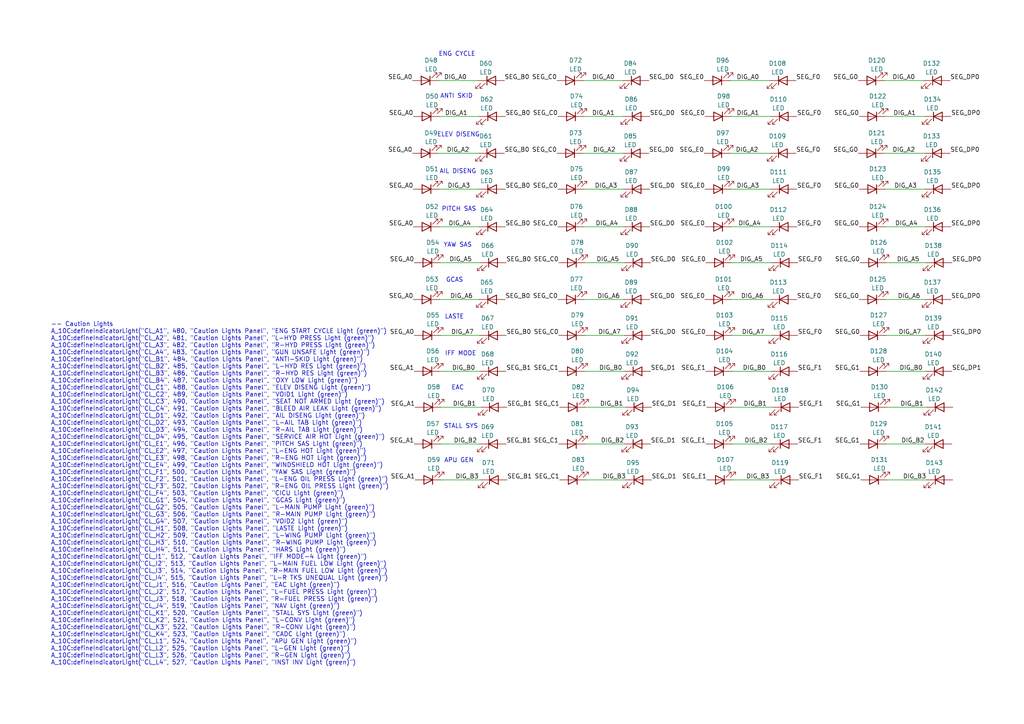
<source format=kicad_sch>
(kicad_sch (version 20211123) (generator eeschema)
  (paper "A4")
  (lib_symbols
    (symbol "Device:LED" (pin_numbers hide) (pin_names (offset 1.016) hide)
      (property "Reference" "D" (at 0 2.54 0))
      (property "Value" "LED" (at 0 -2.54 0))
      (symbol "LED_0_1"
        (polyline (pts (xy -1.27 -1.27) (xy -1.27 1.27)) (stroke (width 0.254)))
        (polyline (pts (xy -1.27 0) (xy 1.27 0)))
        (polyline (pts (xy 1.27 -1.27) (xy 1.27 1.27) (xy -1.27 0) (xy 1.27 -1.27)) (stroke (width 0.254)))
        (polyline (pts (xy -3.048 -0.762) (xy -4.572 -2.286) (xy -3.81 -2.286) (xy -4.572 -2.286) (xy -4.572 -1.524)))
        (polyline (pts (xy -1.778 -0.762) (xy -3.302 -2.286) (xy -2.54 -2.286) (xy -3.302 -2.286) (xy -3.302 -1.524)))
      )
      (symbol "LED_1_1"
        (pin passive line (at -3.81 0 0) (length 2.54) (name "K") (number "1"))
        (pin passive line (at 3.81 0 180) (length 2.54) (name "A") (number "2"))
      )
    )
  )
  (wire (pts (xy 257.302 139.192) (xy 268.732 139.192)))
  (wire (pts (xy 127.762 76.2) (xy 139.192 76.2)))
  (wire (pts (xy 127.508 65.786) (xy 138.938 65.786)))
  (wire (pts (xy 169.672 128.778) (xy 181.102 128.778)))
  (wire (pts (xy 127.762 97.282) (xy 139.192 97.282)))
  (wire (pts (xy 212.09 54.864) (xy 223.52 54.864)))
  (wire (pts (xy 257.048 97.282) (xy 268.478 97.282)))
  (wire (pts (xy 212.344 76.2) (xy 223.774 76.2)))
  (wire (pts (xy 212.09 65.786) (xy 223.52 65.786)))
  (wire (pts (xy 127.254 44.45) (xy 138.684 44.45)))
  (wire (pts (xy 257.048 107.696) (xy 268.478 107.696)))
  (wire (pts (xy 256.794 86.868) (xy 268.224 86.868)))
  (wire (pts (xy 212.344 97.282) (xy 223.774 97.282)))
  (wire (pts (xy 127.762 128.778) (xy 139.192 128.778)))
  (wire (pts (xy 257.048 128.778) (xy 268.478 128.778)))
  (wire (pts (xy 169.418 54.864) (xy 180.848 54.864)))
  (wire (pts (xy 169.672 76.2) (xy 181.102 76.2)))
  (wire (pts (xy 169.418 65.786) (xy 180.848 65.786)))
  (wire (pts (xy 128.016 139.192) (xy 139.446 139.192)))
  (wire (pts (xy 127.508 33.782) (xy 138.938 33.782)))
  (wire (pts (xy 169.164 23.368) (xy 180.594 23.368)))
  (wire (pts (xy 256.794 54.864) (xy 268.224 54.864)))
  (wire (pts (xy 211.836 23.368) (xy 223.266 23.368)))
  (wire (pts (xy 169.418 86.868) (xy 180.848 86.868)))
  (wire (pts (xy 127.508 86.868) (xy 138.938 86.868)))
  (wire (pts (xy 257.048 76.2) (xy 268.478 76.2)))
  (wire (pts (xy 169.418 33.782) (xy 180.848 33.782)))
  (wire (pts (xy 127.254 23.368) (xy 138.684 23.368)))
  (wire (pts (xy 169.926 118.11) (xy 181.356 118.11)))
  (wire (pts (xy 256.54 44.45) (xy 267.97 44.45)))
  (wire (pts (xy 256.54 23.368) (xy 267.97 23.368)))
  (wire (pts (xy 127.508 54.864) (xy 138.938 54.864)))
  (wire (pts (xy 257.302 118.11) (xy 268.732 118.11)))
  (wire (pts (xy 256.794 65.786) (xy 268.224 65.786)))
  (wire (pts (xy 211.836 44.45) (xy 223.266 44.45)))
  (wire (pts (xy 127.762 107.696) (xy 139.192 107.696)))
  (wire (pts (xy 212.09 86.868) (xy 223.52 86.868)))
  (wire (pts (xy 169.926 139.192) (xy 181.356 139.192)))
  (wire (pts (xy 169.672 107.696) (xy 181.102 107.696)))
  (wire (pts (xy 212.344 128.778) (xy 223.774 128.778)))
  (wire (pts (xy 169.164 44.45) (xy 180.594 44.45)))
  (wire (pts (xy 212.344 107.696) (xy 223.774 107.696)))
  (wire (pts (xy 256.794 33.782) (xy 268.224 33.782)))
  (wire (pts (xy 212.598 118.11) (xy 224.028 118.11)))
  (wire (pts (xy 212.09 33.782) (xy 223.52 33.782)))
  (wire (pts (xy 128.016 118.11) (xy 139.446 118.11)))
  (wire (pts (xy 212.598 139.192) (xy 224.028 139.192)))
  (wire (pts (xy 169.672 97.282) (xy 181.102 97.282)))
  (text "ANTI SKID" (at 137.16 28.702 180) (effects (font (size 1.27 1.27)) (justify right bottom)))
  (text "ELEV DISENG" (at 139.192 39.878 180) (effects (font (size 1.27 1.27)) (justify right bottom)))
  (text "ENG CYCLE" (at 137.922 16.51 180) (effects (font (size 1.27 1.27)) (justify right bottom)))
  (text "PITCH SAS" (at 138.176 61.468 180) (effects (font (size 1.27 1.27)) (justify right bottom)))
  (text "YAW SAS" (at 136.906 71.882 180) (effects (font (size 1.27 1.27)) (justify right bottom)))
  (text "GCAS" (at 134.366 82.042 180) (effects (font (size 1.27 1.27)) (justify right bottom)))
  (text "LASTE" (at 134.62 92.71 180) (effects (font (size 1.27 1.27)) (justify right bottom)))
  (text "APU GEN" (at 137.414 134.366 180) (effects (font (size 1.27 1.27)) (justify right bottom)))
  (text "EAC" (at 134.62 113.284 180) (effects (font (size 1.27 1.27)) (justify right bottom)))
  (text "IFF MODE" (at 138.176 103.378 180) (effects (font (size 1.27 1.27)) (justify right bottom)))
  (text "-- Caution Lights\nA_10C:defineIndicatorLight(\"CL_A1\", 480, \"Caution Lights Panel\", \"ENG START CYCLE Light (green)\")\nA_10C:defineIndicatorLight(\"CL_A2\", 481, \"Caution Lights Panel\", \"L-HYD PRESS Light (green)\")\nA_10C:defineIndicatorLight(\"CL_A3\", 482, \"Caution Lights Panel\", \"R-HYD PRESS Light (green)\")\nA_10C:defineIndicatorLight(\"CL_A4\", 483, \"Caution Lights Panel\", \"GUN UNSAFE Light (green)\")\nA_10C:defineIndicatorLight(\"CL_B1\", 484, \"Caution Lights Panel\", \"ANTI-SKID Light (green)\")\nA_10C:defineIndicatorLight(\"CL_B2\", 485, \"Caution Lights Panel\", \"L-HYD RES Light (green)\")\nA_10C:defineIndicatorLight(\"CL_B3\", 486, \"Caution Lights Panel\", \"R-HYD RES Light (green)\")\nA_10C:defineIndicatorLight(\"CL_B4\", 487, \"Caution Lights Panel\", \"OXY LOW Light (green)\")\nA_10C:defineIndicatorLight(\"CL_C1\", 488, \"Caution Lights Panel\", \"ELEV DISENG Light (green)\")\nA_10C:defineIndicatorLight(\"CL_C2\", 489, \"Caution Lights Panel\", \"VOID1 Light (green)\")\nA_10C:defineIndicatorLight(\"CL_C3\", 490, \"Caution Lights Panel\", \"SEAT NOT ARMED Light (green)\")\nA_10C:defineIndicatorLight(\"CL_C4\", 491, \"Caution Lights Panel\", \"BLEED AIR LEAK Light (green)\")\nA_10C:defineIndicatorLight(\"CL_D1\", 492, \"Caution Lights Panel\", \"AIL DISENG Light (green)\")\nA_10C:defineIndicatorLight(\"CL_D2\", 493, \"Caution Lights Panel\", \"L-AIL TAB Light (green)\")\nA_10C:defineIndicatorLight(\"CL_D3\", 494, \"Caution Lights Panel\", \"R-AIL TAB Light (green)\")\nA_10C:defineIndicatorLight(\"CL_D4\", 495, \"Caution Lights Panel\", \"SERVICE AIR HOT Light (green)\")\nA_10C:defineIndicatorLight(\"CL_E1\", 496, \"Caution Lights Panel\", \"PITCH SAS Light (green)\")\nA_10C:defineIndicatorLight(\"CL_E2\", 497, \"Caution Lights Panel\", \"L-ENG HOT Light (green)\")\nA_10C:defineIndicatorLight(\"CL_E3\", 498, \"Caution Lights Panel\", \"R-ENG HOT Light (green)\")\nA_10C:defineIndicatorLight(\"CL_E4\", 499, \"Caution Lights Panel\", \"WINDSHIELD HOT Light (green)\")\nA_10C:defineIndicatorLight(\"CL_F1\", 500, \"Caution Lights Panel\", \"YAW SAS Light (green)\")\nA_10C:defineIndicatorLight(\"CL_F2\", 501, \"Caution Lights Panel\", \"L-ENG OIL PRESS Light (green)\")\nA_10C:defineIndicatorLight(\"CL_F3\", 502, \"Caution Lights Panel\", \"R-ENG OIL PRESS Light (green)\")\nA_10C:defineIndicatorLight(\"CL_F4\", 503, \"Caution Lights Panel\", \"CICU Light (green)\")\nA_10C:defineIndicatorLight(\"CL_G1\", 504, \"Caution Lights Panel\", \"GCAS Light (green)\")\nA_10C:defineIndicatorLight(\"CL_G2\", 505, \"Caution Lights Panel\", \"L-MAIN PUMP Light (green)\")\nA_10C:defineIndicatorLight(\"CL_G3\", 506, \"Caution Lights Panel\", \"R-MAIN PUMP Light (green)\")\nA_10C:defineIndicatorLight(\"CL_G4\", 507, \"Caution Lights Panel\", \"VOID2 Light (green)\")\nA_10C:defineIndicatorLight(\"CL_H1\", 508, \"Caution Lights Panel\", \"LASTE Light (green)\")\nA_10C:defineIndicatorLight(\"CL_H2\", 509, \"Caution Lights Panel\", \"L-WING PUMP Light (green)\")\nA_10C:defineIndicatorLight(\"CL_H3\", 510, \"Caution Lights Panel\", \"R-WING PUMP Light (green)\")\nA_10C:defineIndicatorLight(\"CL_H4\", 511, \"Caution Lights Panel\", \"HARS Light (green)\")\nA_10C:defineIndicatorLight(\"CL_I1\", 512, \"Caution Lights Panel\", \"IFF MODE-4 Light (green)\")\nA_10C:defineIndicatorLight(\"CL_I2\", 513, \"Caution Lights Panel\", \"L-MAIN FUEL LOW Light (green)\")\nA_10C:defineIndicatorLight(\"CL_I3\", 514, \"Caution Lights Panel\", \"R-MAIN FUEL LOW Light (green)\")\nA_10C:defineIndicatorLight(\"CL_I4\", 515, \"Caution Lights Panel\", \"L-R TKS UNEQUAL Light (green)\")\nA_10C:defineIndicatorLight(\"CL_J1\", 516, \"Caution Lights Panel\", \"EAC Light (green)\")\nA_10C:defineIndicatorLight(\"CL_J2\", 517, \"Caution Lights Panel\", \"L-FUEL PRESS Light (green)\")\nA_10C:defineIndicatorLight(\"CL_J3\", 518, \"Caution Lights Panel\", \"R-FUEL PRESS Light (green)\")\nA_10C:defineIndicatorLight(\"CL_J4\", 519, \"Caution Lights Panel\", \"NAV Light (green)\")\nA_10C:defineIndicatorLight(\"CL_K1\", 520, \"Caution Lights Panel\", \"STALL SYS Light (green)\")\nA_10C:defineIndicatorLight(\"CL_K2\", 521, \"Caution Lights Panel\", \"L-CONV Light (green)\")\nA_10C:defineIndicatorLight(\"CL_K3\", 522, \"Caution Lights Panel\", \"R-CONV Light (green)\")\nA_10C:defineIndicatorLight(\"CL_K4\", 523, \"Caution Lights Panel\", \"CADC Light (green)\")\nA_10C:defineIndicatorLight(\"CL_L1\", 524, \"Caution Lights Panel\", \"APU GEN Light (green)\")\nA_10C:defineIndicatorLight(\"CL_L2\", 525, \"Caution Lights Panel\", \"L-GEN Light (green)\")\nA_10C:defineIndicatorLight(\"CL_L3\", 526, \"Caution Lights Panel\", \"R-GEN Light (green)\")\nA_10C:defineIndicatorLight(\"CL_L4\", 527, \"Caution Lights Panel\", \"INST INV Light (green)\")" (at 14.732 193.04 0) (effects (font (size 1.27 1.27)) (justify left bottom)))
  (text "AIL DISENG" (at 138.176 50.546 180) (effects (font (size 1.27 1.27)) (justify right bottom)))
  (text "STALL SYS" (at 138.684 124.46 180) (effects (font (size 1.27 1.27)) (justify right bottom)))
  (label "DIG_B3" (at 261.874 139.192 0))
  (label "SEG_D0" (at 188.214 23.368 0))
  (label "DIG_A7" (at 215.138 97.282 0))
  (label "DIG_A5" (at 214.63 76.2 0))
  (label "SEG_F0" (at 231.394 97.282 0))
  (label "SEG_B0" (at 146.558 54.864 0))
  (label "DIG_A3" (at 259.334 54.864 0))
  (label "SEG_F1" (at 231.394 128.778 0))
  (label "SEG_E1" (at 204.724 107.696 180))
  (label "SEG_G1" (at 249.682 139.192 180))
  (label "SEG_D0" (at 188.468 33.782 0))
  (label "SEG_E0" (at 204.724 76.2 180))
  (label "SEG_E0" (at 204.216 23.368 180))
  (label "DIG_A1" (at 129.032 33.782 0))
  (label "DIG_B2" (at 261.366 128.778 0))
  (label "DIG_B3" (at 132.08 139.192 0))
  (label "DIG_B1" (at 261.112 118.11 0))
  (label "SEG_B1" (at 147.066 139.192 0))
  (label "SEG_A0" (at 120.142 76.2 180))
  (label "SEG_G1" (at 249.428 107.696 180))
  (label "SEG_G0" (at 249.428 97.282 180))
  (label "DIG_B3" (at 174.752 139.192 0))
  (label "SEG_F0" (at 231.14 86.868 0))
  (label "SEG_G0" (at 249.428 76.2 180))
  (label "SEG_C1" (at 162.306 118.11 180))
  (label "SEG_B0" (at 146.812 76.2 0))
  (label "SEG_A0" (at 119.634 44.45 180))
  (label "SEG_A0" (at 120.142 97.282 180))
  (label "DIG_B0" (at 173.736 107.696 0))
  (label "SEG_D1" (at 188.976 139.192 0))
  (label "SEG_D0" (at 188.214 44.45 0))
  (label "SEG_C0" (at 161.544 44.45 180))
  (label "SEG_C0" (at 161.798 86.868 180))
  (label "DIG_A5" (at 260.096 76.2 0))
  (label "DIG_A1" (at 259.08 33.782 0))
  (label "SEG_E1" (at 204.978 118.11 180))
  (label "DIG_A3" (at 129.794 54.864 0))
  (label "DIG_B0" (at 215.392 107.696 0))
  (label "DIG_A3" (at 213.614 54.864 0))
  (label "SEG_C0" (at 162.052 76.2 180))
  (label "SEG_D0" (at 188.468 65.786 0))
  (label "SEG_C1" (at 162.052 107.696 180))
  (label "SEG_E0" (at 204.47 54.864 180))
  (label "SEG_A0" (at 119.888 65.786 180))
  (label "SEG_DP0" (at 275.59 44.45 0))
  (label "SEG_F1" (at 231.394 107.696 0))
  (label "DIG_A4" (at 259.588 65.786 0))
  (label "SEG_B1" (at 146.812 107.696 0))
  (label "SEG_B0" (at 146.558 33.782 0))
  (label "DIG_A7" (at 260.604 97.282 0))
  (label "SEG_E0" (at 204.724 97.282 180))
  (label "SEG_A1" (at 120.396 118.11 180))
  (label "SEG_D1" (at 188.722 128.778 0))
  (label "SEG_D1" (at 188.722 107.696 0))
  (label "SEG_DP0" (at 275.59 23.368 0))
  (label "SEG_D0" (at 188.468 54.864 0))
  (label "DIG_A7" (at 130.81 97.282 0))
  (label "SEG_C1" (at 162.052 128.778 180))
  (label "DIG_A5" (at 172.974 76.2 0))
  (label "SEG_E0" (at 204.47 86.868 180))
  (label "DIG_A6" (at 260.35 86.868 0))
  (label "SEG_DP0" (at 275.844 86.868 0))
  (label "DIG_B1" (at 173.99 118.11 0))
  (label "SEG_D1" (at 188.976 118.11 0))
  (label "SEG_F1" (at 231.648 139.192 0))
  (label "SEG_F0" (at 230.886 44.45 0))
  (label "SEG_B0" (at 146.304 44.45 0))
  (label "SEG_G0" (at 248.92 44.45 180))
  (label "DIG_A5" (at 130.302 76.2 0))
  (label "DIG_A3" (at 172.466 54.864 0))
  (label "SEG_C0" (at 161.798 33.782 180))
  (label "SEG_A0" (at 119.634 23.368 180))
  (label "DIG_A1" (at 171.704 33.782 0))
  (label "SEG_A1" (at 120.396 139.192 180))
  (label "DIG_B3" (at 216.408 139.192 0))
  (label "SEG_B0" (at 146.304 23.368 0))
  (label "SEG_G0" (at 249.174 54.864 180))
  (label "SEG_G0" (at 248.92 23.368 180))
  (label "SEG_E1" (at 204.978 139.192 180))
  (label "DIG_A2" (at 258.826 44.45 0))
  (label "DIG_A4" (at 172.72 65.786 0))
  (label "SEG_A1" (at 120.142 128.778 180))
  (label "DIG_A7" (at 173.482 97.282 0))
  (label "DIG_B1" (at 131.318 118.11 0))
  (label "DIG_A6" (at 130.556 86.868 0))
  (label "SEG_B0" (at 146.558 65.786 0))
  (label "SEG_D0" (at 188.722 97.282 0))
  (label "DIG_A0" (at 265.43 23.368 180))
  (label "SEG_C0" (at 161.798 54.864 180))
  (label "SEG_F0" (at 230.886 23.368 0))
  (label "DIG_A0" (at 135.382 23.368 180))
  (label "DIG_A1" (at 213.614 33.782 0))
  (label "DIG_A0" (at 220.218 23.368 180))
  (label "SEG_B0" (at 146.558 86.868 0))
  (label "SEG_G0" (at 249.174 86.868 180))
  (label "DIG_A2" (at 171.958 44.45 0))
  (label "SEG_E1" (at 204.724 128.778 180))
  (label "SEG_DP0" (at 276.098 97.282 0))
  (label "SEG_A0" (at 119.888 33.782 180))
  (label "SEG_D0" (at 188.468 86.868 0))
  (label "SEG_C0" (at 161.544 23.368 180))
  (label "DIG_B0" (at 260.858 107.696 0))
  (label "SEG_C0" (at 161.798 65.786 180))
  (label "SEG_DP0" (at 275.844 33.782 0))
  (label "DIG_B2" (at 215.9 128.778 0))
  (label "SEG_G1" (at 249.682 118.11 180))
  (label "SEG_DP0" (at 275.844 54.864 0))
  (label "SEG_G0" (at 249.174 65.786 180))
  (label "DIG_B2" (at 174.244 128.778 0))
  (label "SEG_C0" (at 162.052 97.282 180))
  (label "DIG_B0" (at 131.064 107.696 0))
  (label "SEG_F0" (at 231.14 65.786 0))
  (label "SEG_F0" (at 231.14 33.782 0))
  (label "SEG_G0" (at 249.174 33.782 180))
  (label "SEG_G1" (at 249.428 128.778 180))
  (label "SEG_B0" (at 146.812 97.282 0))
  (label "DIG_B1" (at 215.646 118.11 0))
  (label "SEG_B1" (at 147.066 118.11 0))
  (label "DIG_B2" (at 131.572 128.778 0))
  (label "DIG_A6" (at 214.884 86.868 0))
  (label "SEG_DP0" (at 276.098 76.2 0))
  (label "SEG_F0" (at 231.14 54.864 0))
  (label "DIG_A6" (at 173.228 86.868 0))
  (label "SEG_A0" (at 119.888 54.864 180))
  (label "SEG_B1" (at 146.812 128.778 0))
  (label "SEG_F0" (at 231.394 76.2 0))
  (label "DIG_A0" (at 178.308 23.368 180))
  (label "SEG_DP1" (at 276.098 107.696 0))
  (label "SEG_F1" (at 231.648 118.11 0))
  (label "SEG_E0" (at 204.47 65.786 180))
  (label "SEG_E0" (at 204.216 44.45 180))
  (label "DIG_A2" (at 213.36 44.45 0))
  (label "SEG_A0" (at 119.888 86.868 180))
  (label "DIG_A4" (at 214.122 65.786 0))
  (label "DIG_A2" (at 129.54 44.45 0))
  (label "SEG_E0" (at 204.47 33.782 180))
  (label "SEG_DP0" (at 275.844 65.786 0))
  (label "SEG_A1" (at 120.142 107.696 180))
  (label "SEG_C1" (at 162.306 139.192 180))
  (label "SEG_D0" (at 188.722 76.2 0))
  (label "DIG_A4" (at 130.048 65.786 0))
  (symbol (lib_id "Device:LED") (at 166.116 139.192 180) (unit 1)
    (property "Reference" "D83" (at 167.7035 133.3332 0))
    (property "Value" "LED" (at 167.7035 135.8701 0))
  )
  (symbol (lib_id "Device:LED") (at 227.838 118.11 0) (unit 1)
    (property "Reference" "D118" (at 226.2505 113.1402 0))
    (property "Value" "LED" (at 226.2505 115.6771 0))
  )
  (symbol (lib_id "Device:LED") (at 124.206 139.192 180) (unit 1)
    (property "Reference" "D59" (at 125.7935 133.3332 0))
    (property "Value" "LED" (at 125.7935 135.8701 0))
  )
  (symbol (lib_id "Device:LED") (at 272.034 65.786 0) (unit 1)
    (property "Reference" "D136" (at 270.4465 60.8162 0))
    (property "Value" "LED" (at 270.4465 63.3531 0))
  )
  (symbol (lib_id "Device:LED") (at 208.28 86.868 180) (unit 1)
    (property "Reference" "D101" (at 209.8675 81.0092 0))
    (property "Value" "LED" (at 209.8675 83.5461 0))
  )
  (symbol (lib_id "Device:LED") (at 253.238 128.778 180) (unit 1)
    (property "Reference" "D129" (at 254.8255 122.9192 0))
    (property "Value" "LED" (at 254.8255 125.4561 0))
  )
  (symbol (lib_id "Device:LED") (at 208.28 54.864 180) (unit 1)
    (property "Reference" "D99" (at 209.8675 49.0052 0))
    (property "Value" "LED" (at 209.8675 51.5421 0))
  )
  (symbol (lib_id "Device:LED") (at 123.698 86.868 180) (unit 1)
    (property "Reference" "D53" (at 125.2855 81.0092 0))
    (property "Value" "LED" (at 125.2855 83.5461 0))
  )
  (symbol (lib_id "Device:LED") (at 227.33 54.864 0) (unit 1)
    (property "Reference" "D111" (at 225.7425 49.8942 0))
    (property "Value" "LED" (at 225.7425 52.4311 0))
  )
  (symbol (lib_id "Device:LED") (at 165.354 23.368 180) (unit 1)
    (property "Reference" "D72" (at 166.9415 17.5092 0))
    (property "Value" "LED" (at 166.9415 20.0461 0))
  )
  (symbol (lib_id "Device:LED") (at 142.748 54.864 0) (unit 1)
    (property "Reference" "D63" (at 141.1605 49.8942 0))
    (property "Value" "LED" (at 141.1605 52.4311 0))
  )
  (symbol (lib_id "Device:LED") (at 123.444 23.368 180) (unit 1)
    (property "Reference" "D48" (at 125.0315 17.5092 0))
    (property "Value" "LED" (at 125.0315 20.0461 0))
  )
  (symbol (lib_id "Device:LED") (at 124.206 118.11 180) (unit 1)
    (property "Reference" "D58" (at 125.7935 112.2512 0))
    (property "Value" "LED" (at 125.7935 114.7881 0))
  )
  (symbol (lib_id "Device:LED") (at 208.788 118.11 180) (unit 1)
    (property "Reference" "D106" (at 210.3755 112.2512 0))
    (property "Value" "LED" (at 210.3755 114.7881 0))
  )
  (symbol (lib_id "Device:LED") (at 227.33 33.782 0) (unit 1)
    (property "Reference" "D110" (at 225.7425 28.8122 0))
    (property "Value" "LED" (at 225.7425 31.3491 0))
  )
  (symbol (lib_id "Device:LED") (at 142.748 65.786 0) (unit 1)
    (property "Reference" "D64" (at 141.1605 60.8162 0))
    (property "Value" "LED" (at 141.1605 63.3531 0))
  )
  (symbol (lib_id "Device:LED") (at 143.002 76.2 0) (unit 1)
    (property "Reference" "D66" (at 141.4145 71.2302 0))
    (property "Value" "LED" (at 141.4145 73.7671 0))
  )
  (symbol (lib_id "Device:LED") (at 184.912 107.696 0) (unit 1)
    (property "Reference" "D92" (at 183.3245 102.7262 0))
    (property "Value" "LED" (at 183.3245 105.2631 0))
  )
  (symbol (lib_id "Device:LED") (at 272.034 86.868 0) (unit 1)
    (property "Reference" "D137" (at 270.4465 81.8982 0))
    (property "Value" "LED" (at 270.4465 84.4351 0))
  )
  (symbol (lib_id "Device:LED") (at 208.534 107.696 180) (unit 1)
    (property "Reference" "D104" (at 210.1215 101.8372 0))
    (property "Value" "LED" (at 210.1215 104.3741 0))
  )
  (symbol (lib_id "Device:LED") (at 253.238 107.696 180) (unit 1)
    (property "Reference" "D128" (at 254.8255 101.8372 0))
    (property "Value" "LED" (at 254.8255 104.3741 0))
  )
  (symbol (lib_id "Device:LED") (at 184.912 76.2 0) (unit 1)
    (property "Reference" "D90" (at 183.3245 71.2302 0))
    (property "Value" "LED" (at 183.3245 73.7671 0))
  )
  (symbol (lib_id "Device:LED") (at 208.788 139.192 180) (unit 1)
    (property "Reference" "D107" (at 210.3755 133.3332 0))
    (property "Value" "LED" (at 210.3755 135.8701 0))
  )
  (symbol (lib_id "Device:LED") (at 208.28 33.782 180) (unit 1)
    (property "Reference" "D98" (at 209.8675 27.9232 0))
    (property "Value" "LED" (at 209.8675 30.4601 0))
  )
  (symbol (lib_id "Device:LED") (at 184.658 54.864 0) (unit 1)
    (property "Reference" "D87" (at 183.0705 49.8942 0))
    (property "Value" "LED" (at 183.0705 52.4311 0))
  )
  (symbol (lib_id "Device:LED") (at 165.862 76.2 180) (unit 1)
    (property "Reference" "D78" (at 167.4495 70.3412 0))
    (property "Value" "LED" (at 167.4495 72.8781 0))
  )
  (symbol (lib_id "Device:LED") (at 227.584 107.696 0) (unit 1)
    (property "Reference" "D116" (at 225.9965 102.7262 0))
    (property "Value" "LED" (at 225.9965 105.2631 0))
  )
  (symbol (lib_id "Device:LED") (at 227.33 65.786 0) (unit 1)
    (property "Reference" "D112" (at 225.7425 60.8162 0))
    (property "Value" "LED" (at 225.7425 63.3531 0))
  )
  (symbol (lib_id "Device:LED") (at 208.534 128.778 180) (unit 1)
    (property "Reference" "D105" (at 210.1215 122.9192 0))
    (property "Value" "LED" (at 210.1215 125.4561 0))
  )
  (symbol (lib_id "Device:LED") (at 165.608 54.864 180) (unit 1)
    (property "Reference" "D75" (at 167.1955 49.0052 0))
    (property "Value" "LED" (at 167.1955 51.5421 0))
  )
  (symbol (lib_id "Device:LED") (at 227.076 44.45 0) (unit 1)
    (property "Reference" "D109" (at 225.4885 39.4802 0))
    (property "Value" "LED" (at 225.4885 42.0171 0))
  )
  (symbol (lib_id "Device:LED") (at 272.288 107.696 0) (unit 1)
    (property "Reference" "D140" (at 270.7005 102.7262 0))
    (property "Value" "LED" (at 270.7005 105.2631 0))
  )
  (symbol (lib_id "Device:LED") (at 227.584 76.2 0) (unit 1)
    (property "Reference" "D114" (at 225.9965 71.2302 0))
    (property "Value" "LED" (at 225.9965 73.7671 0))
  )
  (symbol (lib_id "Device:LED") (at 184.658 65.786 0) (unit 1)
    (property "Reference" "D88" (at 183.0705 60.8162 0))
    (property "Value" "LED" (at 183.0705 63.3531 0))
  )
  (symbol (lib_id "Device:LED") (at 165.862 97.282 180) (unit 1)
    (property "Reference" "D79" (at 167.4495 91.4232 0))
    (property "Value" "LED" (at 167.4495 93.9601 0))
  )
  (symbol (lib_id "Device:LED") (at 165.608 33.782 180) (unit 1)
    (property "Reference" "D74" (at 167.1955 27.9232 0))
    (property "Value" "LED" (at 167.1955 30.4601 0))
  )
  (symbol (lib_id "Device:LED") (at 208.026 44.45 180) (unit 1)
    (property "Reference" "D97" (at 209.6135 38.5912 0))
    (property "Value" "LED" (at 209.6135 41.1281 0))
  )
  (symbol (lib_id "Device:LED") (at 272.034 33.782 0) (unit 1)
    (property "Reference" "D134" (at 270.4465 28.8122 0))
    (property "Value" "LED" (at 270.4465 31.3491 0))
  )
  (symbol (lib_id "Device:LED") (at 252.73 23.368 180) (unit 1)
    (property "Reference" "D120" (at 254.3175 17.5092 0))
    (property "Value" "LED" (at 254.3175 20.0461 0))
  )
  (symbol (lib_id "Device:LED") (at 271.78 44.45 0) (unit 1)
    (property "Reference" "D133" (at 270.1925 39.4802 0))
    (property "Value" "LED" (at 270.1925 42.0171 0))
  )
  (symbol (lib_id "Device:LED") (at 166.116 118.11 180) (unit 1)
    (property "Reference" "D82" (at 167.7035 112.2512 0))
    (property "Value" "LED" (at 167.7035 114.7881 0))
  )
  (symbol (lib_id "Device:LED") (at 184.912 128.778 0) (unit 1)
    (property "Reference" "D93" (at 183.3245 123.8082 0))
    (property "Value" "LED" (at 183.3245 126.3451 0))
  )
  (symbol (lib_id "Device:LED") (at 143.002 128.778 0) (unit 1)
    (property "Reference" "D69" (at 141.4145 123.8082 0))
    (property "Value" "LED" (at 141.4145 126.3451 0))
  )
  (symbol (lib_id "Device:LED") (at 272.288 76.2 0) (unit 1)
    (property "Reference" "D138" (at 270.7005 71.2302 0))
    (property "Value" "LED" (at 270.7005 73.7671 0))
  )
  (symbol (lib_id "Device:LED") (at 253.492 118.11 180) (unit 1)
    (property "Reference" "D130" (at 255.0795 112.2512 0))
    (property "Value" "LED" (at 255.0795 114.7881 0))
  )
  (symbol (lib_id "Device:LED") (at 184.658 86.868 0) (unit 1)
    (property "Reference" "D89" (at 183.0705 81.8982 0))
    (property "Value" "LED" (at 183.0705 84.4351 0))
  )
  (symbol (lib_id "Device:LED") (at 123.698 54.864 180) (unit 1)
    (property "Reference" "D51" (at 125.2855 49.0052 0))
    (property "Value" "LED" (at 125.2855 51.5421 0))
  )
  (symbol (lib_id "Device:LED") (at 208.026 23.368 180) (unit 1)
    (property "Reference" "D96" (at 209.6135 17.5092 0))
    (property "Value" "LED" (at 209.6135 20.0461 0))
  )
  (symbol (lib_id "Device:LED") (at 142.748 33.782 0) (unit 1)
    (property "Reference" "D62" (at 141.1605 28.8122 0))
    (property "Value" "LED" (at 141.1605 31.3491 0))
  )
  (symbol (lib_id "Device:LED") (at 165.608 65.786 180) (unit 1)
    (property "Reference" "D76" (at 167.1955 59.9272 0))
    (property "Value" "LED" (at 167.1955 62.4641 0))
  )
  (symbol (lib_id "Device:LED") (at 143.256 139.192 0) (unit 1)
    (property "Reference" "D71" (at 141.6685 134.2222 0))
    (property "Value" "LED" (at 141.6685 136.7591 0))
  )
  (symbol (lib_id "Device:LED") (at 272.542 139.192 0) (unit 1)
    (property "Reference" "D143" (at 270.9545 134.2222 0))
    (property "Value" "LED" (at 270.9545 136.7591 0))
  )
  (symbol (lib_id "Device:LED") (at 227.584 128.778 0) (unit 1)
    (property "Reference" "D117" (at 225.9965 123.8082 0))
    (property "Value" "LED" (at 225.9965 126.3451 0))
  )
  (symbol (lib_id "Device:LED") (at 272.542 118.11 0) (unit 1)
    (property "Reference" "D142" (at 270.9545 113.1402 0))
    (property "Value" "LED" (at 270.9545 115.6771 0))
  )
  (symbol (lib_id "Device:LED") (at 185.166 139.192 0) (unit 1)
    (property "Reference" "D95" (at 183.5785 134.2222 0))
    (property "Value" "LED" (at 183.5785 136.7591 0))
  )
  (symbol (lib_id "Device:LED") (at 123.444 44.45 180) (unit 1)
    (property "Reference" "D49" (at 125.0315 38.5912 0))
    (property "Value" "LED" (at 125.0315 41.1281 0))
  )
  (symbol (lib_id "Device:LED") (at 142.748 86.868 0) (unit 1)
    (property "Reference" "D65" (at 141.1605 81.8982 0))
    (property "Value" "LED" (at 141.1605 84.4351 0))
  )
  (symbol (lib_id "Device:LED") (at 123.952 97.282 180) (unit 1)
    (property "Reference" "D55" (at 125.5395 91.4232 0))
    (property "Value" "LED" (at 125.5395 93.9601 0))
  )
  (symbol (lib_id "Device:LED") (at 208.534 97.282 180) (unit 1)
    (property "Reference" "D103" (at 210.1215 91.4232 0))
    (property "Value" "LED" (at 210.1215 93.9601 0))
  )
  (symbol (lib_id "Device:LED") (at 165.862 107.696 180) (unit 1)
    (property "Reference" "D80" (at 167.4495 101.8372 0))
    (property "Value" "LED" (at 167.4495 104.3741 0))
  )
  (symbol (lib_id "Device:LED") (at 142.494 23.368 0) (unit 1)
    (property "Reference" "D60" (at 140.9065 18.3982 0))
    (property "Value" "LED" (at 140.9065 20.9351 0))
  )
  (symbol (lib_id "Device:LED") (at 271.78 23.368 0) (unit 1)
    (property "Reference" "D132" (at 270.1925 18.3982 0))
    (property "Value" "LED" (at 270.1925 20.9351 0))
  )
  (symbol (lib_id "Device:LED") (at 252.984 86.868 180) (unit 1)
    (property "Reference" "D125" (at 254.5715 81.0092 0))
    (property "Value" "LED" (at 254.5715 83.5461 0))
  )
  (symbol (lib_id "Device:LED") (at 253.492 139.192 180) (unit 1)
    (property "Reference" "D131" (at 255.0795 133.3332 0))
    (property "Value" "LED" (at 255.0795 135.8701 0))
  )
  (symbol (lib_id "Device:LED") (at 185.166 118.11 0) (unit 1)
    (property "Reference" "D94" (at 183.5785 113.1402 0))
    (property "Value" "LED" (at 183.5785 115.6771 0))
  )
  (symbol (lib_id "Device:LED") (at 143.256 118.11 0) (unit 1)
    (property "Reference" "D70" (at 141.6685 113.1402 0))
    (property "Value" "LED" (at 141.6685 115.6771 0))
  )
  (symbol (lib_id "Device:LED") (at 123.952 128.778 180) (unit 1)
    (property "Reference" "D57" (at 125.5395 122.9192 0))
    (property "Value" "LED" (at 125.5395 125.4561 0))
  )
  (symbol (lib_id "Device:LED") (at 252.984 65.786 180) (unit 1)
    (property "Reference" "D124" (at 254.5715 59.9272 0))
    (property "Value" "LED" (at 254.5715 62.4641 0))
  )
  (symbol (lib_id "Device:LED") (at 227.838 139.192 0) (unit 1)
    (property "Reference" "D119" (at 226.2505 134.2222 0))
    (property "Value" "LED" (at 226.2505 136.7591 0))
  )
  (symbol (lib_id "Device:LED") (at 272.034 54.864 0) (unit 1)
    (property "Reference" "D135" (at 270.4465 49.8942 0))
    (property "Value" "LED" (at 270.4465 52.4311 0))
  )
  (symbol (lib_id "Device:LED") (at 272.288 128.778 0) (unit 1)
    (property "Reference" "D141" (at 270.7005 123.8082 0))
    (property "Value" "LED" (at 270.7005 126.3451 0))
  )
  (symbol (lib_id "Device:LED") (at 227.33 86.868 0) (unit 1)
    (property "Reference" "D113" (at 225.7425 81.8982 0))
    (property "Value" "LED" (at 225.7425 84.4351 0))
  )
  (symbol (lib_id "Device:LED") (at 184.404 44.45 0) (unit 1)
    (property "Reference" "D85" (at 182.8165 39.4802 0))
    (property "Value" "LED" (at 182.8165 42.0171 0))
  )
  (symbol (lib_id "Device:LED") (at 208.28 65.786 180) (unit 1)
    (property "Reference" "D100" (at 209.8675 59.9272 0))
    (property "Value" "LED" (at 209.8675 62.4641 0))
  )
  (symbol (lib_id "Device:LED") (at 208.534 76.2 180) (unit 1)
    (property "Reference" "D102" (at 210.1215 70.3412 0))
    (property "Value" "LED" (at 210.1215 72.8781 0))
  )
  (symbol (lib_id "Device:LED") (at 272.288 97.282 0) (unit 1)
    (property "Reference" "D139" (at 270.7005 92.3122 0))
    (property "Value" "LED" (at 270.7005 94.8491 0))
  )
  (symbol (lib_id "Device:LED") (at 123.952 76.2 180) (unit 1)
    (property "Reference" "D54" (at 125.5395 70.3412 0))
    (property "Value" "LED" (at 125.5395 72.8781 0))
  )
  (symbol (lib_id "Device:LED") (at 165.862 128.778 180) (unit 1)
    (property "Reference" "D81" (at 167.4495 122.9192 0))
    (property "Value" "LED" (at 167.4495 125.4561 0))
  )
  (symbol (lib_id "Device:LED") (at 252.984 54.864 180) (unit 1)
    (property "Reference" "D123" (at 254.5715 49.0052 0))
    (property "Value" "LED" (at 254.5715 51.5421 0))
  )
  (symbol (lib_id "Device:LED") (at 184.658 33.782 0) (unit 1)
    (property "Reference" "D86" (at 183.0705 28.8122 0))
    (property "Value" "LED" (at 183.0705 31.3491 0))
  )
  (symbol (lib_id "Device:LED") (at 165.608 86.868 180) (unit 1)
    (property "Reference" "D77" (at 167.1955 81.0092 0))
    (property "Value" "LED" (at 167.1955 83.5461 0))
  )
  (symbol (lib_id "Device:LED") (at 123.698 33.782 180) (unit 1)
    (property "Reference" "D50" (at 125.2855 27.9232 0))
    (property "Value" "LED" (at 125.2855 30.4601 0))
  )
  (symbol (lib_id "Device:LED") (at 184.912 97.282 0) (unit 1)
    (property "Reference" "D91" (at 183.3245 92.3122 0))
    (property "Value" "LED" (at 183.3245 94.8491 0))
  )
  (symbol (lib_id "Device:LED") (at 165.354 44.45 180) (unit 1)
    (property "Reference" "D73" (at 166.9415 38.5912 0))
    (property "Value" "LED" (at 166.9415 41.1281 0))
  )
  (symbol (lib_id "Device:LED") (at 227.076 23.368 0) (unit 1)
    (property "Reference" "D108" (at 225.4885 18.3982 0))
    (property "Value" "LED" (at 225.4885 20.9351 0))
  )
  (symbol (lib_id "Device:LED") (at 252.73 44.45 180) (unit 1)
    (property "Reference" "D121" (at 254.3175 38.5912 0))
    (property "Value" "LED" (at 254.3175 41.1281 0))
  )
  (symbol (lib_id "Device:LED") (at 123.952 107.696 180) (unit 1)
    (property "Reference" "D56" (at 125.5395 101.8372 0))
    (property "Value" "LED" (at 125.5395 104.3741 0))
  )
  (symbol (lib_id "Device:LED") (at 143.002 97.282 0) (unit 1)
    (property "Reference" "D67" (at 141.4145 92.3122 0))
    (property "Value" "LED" (at 141.4145 94.8491 0))
  )
  (symbol (lib_id "Device:LED") (at 142.494 44.45 0) (unit 1)
    (property "Reference" "D61" (at 140.9065 39.4802 0))
    (property "Value" "LED" (at 140.9065 42.0171 0))
  )
  (symbol (lib_id "Device:LED") (at 184.404 23.368 0) (unit 1)
    (property "Reference" "D84" (at 182.8165 18.3982 0))
    (property "Value" "LED" (at 182.8165 20.9351 0))
  )
  (symbol (lib_id "Device:LED") (at 123.698 65.786 180) (unit 1)
    (property "Reference" "D52" (at 125.2855 59.9272 0))
    (property "Value" "LED" (at 125.2855 62.4641 0))
  )
  (symbol (lib_id "Device:LED") (at 253.238 76.2 180) (unit 1)
    (property "Reference" "D126" (at 254.8255 70.3412 0))
    (property "Value" "LED" (at 254.8255 72.8781 0))
  )
  (symbol (lib_id "Device:LED") (at 252.984 33.782 180) (unit 1)
    (property "Reference" "D122" (at 254.5715 27.9232 0))
    (property "Value" "LED" (at 254.5715 30.4601 0))
  )
  (symbol (lib_id "Device:LED") (at 227.584 97.282 0) (unit 1)
    (property "Reference" "D115" (at 225.9965 92.3122 0))
    (property "Value" "LED" (at 225.9965 94.8491 0))
  )
  (symbol (lib_id "Device:LED") (at 143.002 107.696 0) (unit 1)
    (property "Reference" "D68" (at 141.4145 102.7262 0))
    (property "Value" "LED" (at 141.4145 105.2631 0))
  )
  (symbol (lib_id "Device:LED") (at 253.238 97.282 180) (unit 1)
    (property "Reference" "D127" (at 254.8255 91.4232 0))
    (property "Value" "LED" (at 254.8255 93.9601 0))
  )
)
</source>
